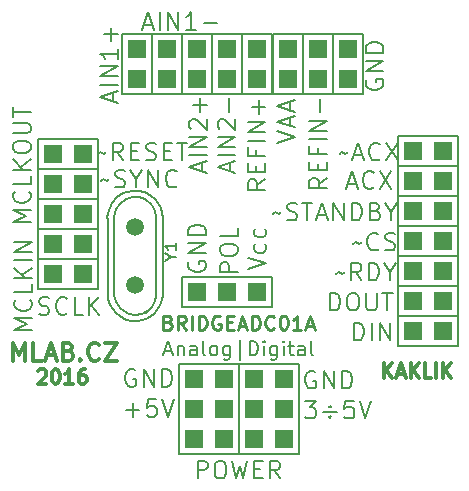
<source format=gbr>
%TF.GenerationSoftware,KiCad,Pcbnew,7.0.7-7.0.7~ubuntu23.04.1*%
%TF.CreationDate,2023-09-11T00:40:32+00:00*%
%TF.ProjectId,BRIDGEADC01,42524944-4745-4414-9443-30312e6b6963,rev?*%
%TF.SameCoordinates,Original*%
%TF.FileFunction,Legend,Top*%
%TF.FilePolarity,Positive*%
%FSLAX46Y46*%
G04 Gerber Fmt 4.6, Leading zero omitted, Abs format (unit mm)*
G04 Created by KiCad (PCBNEW 7.0.7-7.0.7~ubuntu23.04.1) date 2023-09-11 00:40:32*
%MOMM*%
%LPD*%
G01*
G04 APERTURE LIST*
%ADD10C,0.150000*%
%ADD11C,0.250000*%
%ADD12C,0.200000*%
%ADD13C,0.300000*%
%ADD14R,1.524000X1.524000*%
%ADD15C,1.501140*%
G04 APERTURE END LIST*
D10*
X146543143Y-104986557D02*
X146400286Y-104915128D01*
X146400286Y-104915128D02*
X146186000Y-104915128D01*
X146186000Y-104915128D02*
X145971714Y-104986557D01*
X145971714Y-104986557D02*
X145828857Y-105129414D01*
X145828857Y-105129414D02*
X145757428Y-105272271D01*
X145757428Y-105272271D02*
X145686000Y-105557985D01*
X145686000Y-105557985D02*
X145686000Y-105772271D01*
X145686000Y-105772271D02*
X145757428Y-106057985D01*
X145757428Y-106057985D02*
X145828857Y-106200842D01*
X145828857Y-106200842D02*
X145971714Y-106343700D01*
X145971714Y-106343700D02*
X146186000Y-106415128D01*
X146186000Y-106415128D02*
X146328857Y-106415128D01*
X146328857Y-106415128D02*
X146543143Y-106343700D01*
X146543143Y-106343700D02*
X146614571Y-106272271D01*
X146614571Y-106272271D02*
X146614571Y-105772271D01*
X146614571Y-105772271D02*
X146328857Y-105772271D01*
X147257428Y-106415128D02*
X147257428Y-104915128D01*
X147257428Y-104915128D02*
X148114571Y-106415128D01*
X148114571Y-106415128D02*
X148114571Y-104915128D01*
X148828857Y-106415128D02*
X148828857Y-104915128D01*
X148828857Y-104915128D02*
X149186000Y-104915128D01*
X149186000Y-104915128D02*
X149400286Y-104986557D01*
X149400286Y-104986557D02*
X149543143Y-105129414D01*
X149543143Y-105129414D02*
X149614572Y-105272271D01*
X149614572Y-105272271D02*
X149686000Y-105557985D01*
X149686000Y-105557985D02*
X149686000Y-105772271D01*
X149686000Y-105772271D02*
X149614572Y-106057985D01*
X149614572Y-106057985D02*
X149543143Y-106200842D01*
X149543143Y-106200842D02*
X149400286Y-106343700D01*
X149400286Y-106343700D02*
X149186000Y-106415128D01*
X149186000Y-106415128D02*
X148828857Y-106415128D01*
X135894557Y-95695856D02*
X135823128Y-95838714D01*
X135823128Y-95838714D02*
X135823128Y-96052999D01*
X135823128Y-96052999D02*
X135894557Y-96267285D01*
X135894557Y-96267285D02*
X136037414Y-96410142D01*
X136037414Y-96410142D02*
X136180271Y-96481571D01*
X136180271Y-96481571D02*
X136465985Y-96552999D01*
X136465985Y-96552999D02*
X136680271Y-96552999D01*
X136680271Y-96552999D02*
X136965985Y-96481571D01*
X136965985Y-96481571D02*
X137108842Y-96410142D01*
X137108842Y-96410142D02*
X137251700Y-96267285D01*
X137251700Y-96267285D02*
X137323128Y-96052999D01*
X137323128Y-96052999D02*
X137323128Y-95910142D01*
X137323128Y-95910142D02*
X137251700Y-95695856D01*
X137251700Y-95695856D02*
X137180271Y-95624428D01*
X137180271Y-95624428D02*
X136680271Y-95624428D01*
X136680271Y-95624428D02*
X136680271Y-95910142D01*
X137323128Y-94981571D02*
X135823128Y-94981571D01*
X135823128Y-94981571D02*
X137323128Y-94124428D01*
X137323128Y-94124428D02*
X135823128Y-94124428D01*
X137323128Y-93410142D02*
X135823128Y-93410142D01*
X135823128Y-93410142D02*
X135823128Y-93052999D01*
X135823128Y-93052999D02*
X135894557Y-92838713D01*
X135894557Y-92838713D02*
X136037414Y-92695856D01*
X136037414Y-92695856D02*
X136180271Y-92624427D01*
X136180271Y-92624427D02*
X136465985Y-92552999D01*
X136465985Y-92552999D02*
X136680271Y-92552999D01*
X136680271Y-92552999D02*
X136965985Y-92624427D01*
X136965985Y-92624427D02*
X137108842Y-92695856D01*
X137108842Y-92695856D02*
X137251700Y-92838713D01*
X137251700Y-92838713D02*
X137323128Y-93052999D01*
X137323128Y-93052999D02*
X137323128Y-93410142D01*
X140903128Y-96338713D02*
X142403128Y-95838713D01*
X142403128Y-95838713D02*
X140903128Y-95338713D01*
X142331700Y-94195857D02*
X142403128Y-94338714D01*
X142403128Y-94338714D02*
X142403128Y-94624428D01*
X142403128Y-94624428D02*
X142331700Y-94767285D01*
X142331700Y-94767285D02*
X142260271Y-94838714D01*
X142260271Y-94838714D02*
X142117414Y-94910142D01*
X142117414Y-94910142D02*
X141688842Y-94910142D01*
X141688842Y-94910142D02*
X141545985Y-94838714D01*
X141545985Y-94838714D02*
X141474557Y-94767285D01*
X141474557Y-94767285D02*
X141403128Y-94624428D01*
X141403128Y-94624428D02*
X141403128Y-94338714D01*
X141403128Y-94338714D02*
X141474557Y-94195857D01*
X142331700Y-92910143D02*
X142403128Y-93053000D01*
X142403128Y-93053000D02*
X142403128Y-93338714D01*
X142403128Y-93338714D02*
X142331700Y-93481571D01*
X142331700Y-93481571D02*
X142260271Y-93553000D01*
X142260271Y-93553000D02*
X142117414Y-93624428D01*
X142117414Y-93624428D02*
X141688842Y-93624428D01*
X141688842Y-93624428D02*
X141545985Y-93553000D01*
X141545985Y-93553000D02*
X141474557Y-93481571D01*
X141474557Y-93481571D02*
X141403128Y-93338714D01*
X141403128Y-93338714D02*
X141403128Y-93053000D01*
X141403128Y-93053000D02*
X141474557Y-92910143D01*
X136601713Y-114035128D02*
X136601713Y-112535128D01*
X136601713Y-112535128D02*
X137173142Y-112535128D01*
X137173142Y-112535128D02*
X137315999Y-112606557D01*
X137315999Y-112606557D02*
X137387428Y-112677985D01*
X137387428Y-112677985D02*
X137458856Y-112820842D01*
X137458856Y-112820842D02*
X137458856Y-113035128D01*
X137458856Y-113035128D02*
X137387428Y-113177985D01*
X137387428Y-113177985D02*
X137315999Y-113249414D01*
X137315999Y-113249414D02*
X137173142Y-113320842D01*
X137173142Y-113320842D02*
X136601713Y-113320842D01*
X138387428Y-112535128D02*
X138673142Y-112535128D01*
X138673142Y-112535128D02*
X138815999Y-112606557D01*
X138815999Y-112606557D02*
X138958856Y-112749414D01*
X138958856Y-112749414D02*
X139030285Y-113035128D01*
X139030285Y-113035128D02*
X139030285Y-113535128D01*
X139030285Y-113535128D02*
X138958856Y-113820842D01*
X138958856Y-113820842D02*
X138815999Y-113963700D01*
X138815999Y-113963700D02*
X138673142Y-114035128D01*
X138673142Y-114035128D02*
X138387428Y-114035128D01*
X138387428Y-114035128D02*
X138244571Y-113963700D01*
X138244571Y-113963700D02*
X138101713Y-113820842D01*
X138101713Y-113820842D02*
X138030285Y-113535128D01*
X138030285Y-113535128D02*
X138030285Y-113035128D01*
X138030285Y-113035128D02*
X138101713Y-112749414D01*
X138101713Y-112749414D02*
X138244571Y-112606557D01*
X138244571Y-112606557D02*
X138387428Y-112535128D01*
X139530285Y-112535128D02*
X139887428Y-114035128D01*
X139887428Y-114035128D02*
X140173142Y-112963700D01*
X140173142Y-112963700D02*
X140458857Y-114035128D01*
X140458857Y-114035128D02*
X140816000Y-112535128D01*
X141387428Y-113249414D02*
X141887428Y-113249414D01*
X142101714Y-114035128D02*
X141387428Y-114035128D01*
X141387428Y-114035128D02*
X141387428Y-112535128D01*
X141387428Y-112535128D02*
X142101714Y-112535128D01*
X143601714Y-114035128D02*
X143101714Y-113320842D01*
X142744571Y-114035128D02*
X142744571Y-112535128D01*
X142744571Y-112535128D02*
X143316000Y-112535128D01*
X143316000Y-112535128D02*
X143458857Y-112606557D01*
X143458857Y-112606557D02*
X143530286Y-112677985D01*
X143530286Y-112677985D02*
X143601714Y-112820842D01*
X143601714Y-112820842D02*
X143601714Y-113035128D01*
X143601714Y-113035128D02*
X143530286Y-113177985D01*
X143530286Y-113177985D02*
X143458857Y-113249414D01*
X143458857Y-113249414D02*
X143316000Y-113320842D01*
X143316000Y-113320842D02*
X142744571Y-113320842D01*
D11*
X134103215Y-100815071D02*
X134274643Y-100872214D01*
X134274643Y-100872214D02*
X134331786Y-100929357D01*
X134331786Y-100929357D02*
X134388929Y-101043642D01*
X134388929Y-101043642D02*
X134388929Y-101215071D01*
X134388929Y-101215071D02*
X134331786Y-101329357D01*
X134331786Y-101329357D02*
X134274643Y-101386500D01*
X134274643Y-101386500D02*
X134160358Y-101443642D01*
X134160358Y-101443642D02*
X133703215Y-101443642D01*
X133703215Y-101443642D02*
X133703215Y-100243642D01*
X133703215Y-100243642D02*
X134103215Y-100243642D01*
X134103215Y-100243642D02*
X134217501Y-100300785D01*
X134217501Y-100300785D02*
X134274643Y-100357928D01*
X134274643Y-100357928D02*
X134331786Y-100472214D01*
X134331786Y-100472214D02*
X134331786Y-100586500D01*
X134331786Y-100586500D02*
X134274643Y-100700785D01*
X134274643Y-100700785D02*
X134217501Y-100757928D01*
X134217501Y-100757928D02*
X134103215Y-100815071D01*
X134103215Y-100815071D02*
X133703215Y-100815071D01*
X135588929Y-101443642D02*
X135188929Y-100872214D01*
X134903215Y-101443642D02*
X134903215Y-100243642D01*
X134903215Y-100243642D02*
X135360358Y-100243642D01*
X135360358Y-100243642D02*
X135474643Y-100300785D01*
X135474643Y-100300785D02*
X135531786Y-100357928D01*
X135531786Y-100357928D02*
X135588929Y-100472214D01*
X135588929Y-100472214D02*
X135588929Y-100643642D01*
X135588929Y-100643642D02*
X135531786Y-100757928D01*
X135531786Y-100757928D02*
X135474643Y-100815071D01*
X135474643Y-100815071D02*
X135360358Y-100872214D01*
X135360358Y-100872214D02*
X134903215Y-100872214D01*
X136103215Y-101443642D02*
X136103215Y-100243642D01*
X136674644Y-101443642D02*
X136674644Y-100243642D01*
X136674644Y-100243642D02*
X136960358Y-100243642D01*
X136960358Y-100243642D02*
X137131787Y-100300785D01*
X137131787Y-100300785D02*
X137246072Y-100415071D01*
X137246072Y-100415071D02*
X137303215Y-100529357D01*
X137303215Y-100529357D02*
X137360358Y-100757928D01*
X137360358Y-100757928D02*
X137360358Y-100929357D01*
X137360358Y-100929357D02*
X137303215Y-101157928D01*
X137303215Y-101157928D02*
X137246072Y-101272214D01*
X137246072Y-101272214D02*
X137131787Y-101386500D01*
X137131787Y-101386500D02*
X136960358Y-101443642D01*
X136960358Y-101443642D02*
X136674644Y-101443642D01*
X138503215Y-100300785D02*
X138388930Y-100243642D01*
X138388930Y-100243642D02*
X138217501Y-100243642D01*
X138217501Y-100243642D02*
X138046072Y-100300785D01*
X138046072Y-100300785D02*
X137931787Y-100415071D01*
X137931787Y-100415071D02*
X137874644Y-100529357D01*
X137874644Y-100529357D02*
X137817501Y-100757928D01*
X137817501Y-100757928D02*
X137817501Y-100929357D01*
X137817501Y-100929357D02*
X137874644Y-101157928D01*
X137874644Y-101157928D02*
X137931787Y-101272214D01*
X137931787Y-101272214D02*
X138046072Y-101386500D01*
X138046072Y-101386500D02*
X138217501Y-101443642D01*
X138217501Y-101443642D02*
X138331787Y-101443642D01*
X138331787Y-101443642D02*
X138503215Y-101386500D01*
X138503215Y-101386500D02*
X138560358Y-101329357D01*
X138560358Y-101329357D02*
X138560358Y-100929357D01*
X138560358Y-100929357D02*
X138331787Y-100929357D01*
X139074644Y-100815071D02*
X139474644Y-100815071D01*
X139646072Y-101443642D02*
X139074644Y-101443642D01*
X139074644Y-101443642D02*
X139074644Y-100243642D01*
X139074644Y-100243642D02*
X139646072Y-100243642D01*
X140103215Y-101100785D02*
X140674644Y-101100785D01*
X139988929Y-101443642D02*
X140388929Y-100243642D01*
X140388929Y-100243642D02*
X140788929Y-101443642D01*
X141188929Y-101443642D02*
X141188929Y-100243642D01*
X141188929Y-100243642D02*
X141474643Y-100243642D01*
X141474643Y-100243642D02*
X141646072Y-100300785D01*
X141646072Y-100300785D02*
X141760357Y-100415071D01*
X141760357Y-100415071D02*
X141817500Y-100529357D01*
X141817500Y-100529357D02*
X141874643Y-100757928D01*
X141874643Y-100757928D02*
X141874643Y-100929357D01*
X141874643Y-100929357D02*
X141817500Y-101157928D01*
X141817500Y-101157928D02*
X141760357Y-101272214D01*
X141760357Y-101272214D02*
X141646072Y-101386500D01*
X141646072Y-101386500D02*
X141474643Y-101443642D01*
X141474643Y-101443642D02*
X141188929Y-101443642D01*
X143074643Y-101329357D02*
X143017500Y-101386500D01*
X143017500Y-101386500D02*
X142846072Y-101443642D01*
X142846072Y-101443642D02*
X142731786Y-101443642D01*
X142731786Y-101443642D02*
X142560357Y-101386500D01*
X142560357Y-101386500D02*
X142446072Y-101272214D01*
X142446072Y-101272214D02*
X142388929Y-101157928D01*
X142388929Y-101157928D02*
X142331786Y-100929357D01*
X142331786Y-100929357D02*
X142331786Y-100757928D01*
X142331786Y-100757928D02*
X142388929Y-100529357D01*
X142388929Y-100529357D02*
X142446072Y-100415071D01*
X142446072Y-100415071D02*
X142560357Y-100300785D01*
X142560357Y-100300785D02*
X142731786Y-100243642D01*
X142731786Y-100243642D02*
X142846072Y-100243642D01*
X142846072Y-100243642D02*
X143017500Y-100300785D01*
X143017500Y-100300785D02*
X143074643Y-100357928D01*
X143817500Y-100243642D02*
X143931786Y-100243642D01*
X143931786Y-100243642D02*
X144046072Y-100300785D01*
X144046072Y-100300785D02*
X144103215Y-100357928D01*
X144103215Y-100357928D02*
X144160357Y-100472214D01*
X144160357Y-100472214D02*
X144217500Y-100700785D01*
X144217500Y-100700785D02*
X144217500Y-100986500D01*
X144217500Y-100986500D02*
X144160357Y-101215071D01*
X144160357Y-101215071D02*
X144103215Y-101329357D01*
X144103215Y-101329357D02*
X144046072Y-101386500D01*
X144046072Y-101386500D02*
X143931786Y-101443642D01*
X143931786Y-101443642D02*
X143817500Y-101443642D01*
X143817500Y-101443642D02*
X143703215Y-101386500D01*
X143703215Y-101386500D02*
X143646072Y-101329357D01*
X143646072Y-101329357D02*
X143588929Y-101215071D01*
X143588929Y-101215071D02*
X143531786Y-100986500D01*
X143531786Y-100986500D02*
X143531786Y-100700785D01*
X143531786Y-100700785D02*
X143588929Y-100472214D01*
X143588929Y-100472214D02*
X143646072Y-100357928D01*
X143646072Y-100357928D02*
X143703215Y-100300785D01*
X143703215Y-100300785D02*
X143817500Y-100243642D01*
X145360357Y-101443642D02*
X144674643Y-101443642D01*
X145017500Y-101443642D02*
X145017500Y-100243642D01*
X145017500Y-100243642D02*
X144903214Y-100415071D01*
X144903214Y-100415071D02*
X144788929Y-100529357D01*
X144788929Y-100529357D02*
X144674643Y-100586500D01*
X145817500Y-101100785D02*
X146388929Y-101100785D01*
X145703214Y-101443642D02*
X146103214Y-100243642D01*
X146103214Y-100243642D02*
X146503214Y-101443642D01*
D12*
X133823858Y-103262385D02*
X134395287Y-103262385D01*
X133709572Y-103605242D02*
X134109572Y-102405242D01*
X134109572Y-102405242D02*
X134509572Y-103605242D01*
X134909572Y-102805242D02*
X134909572Y-103605242D01*
X134909572Y-102919528D02*
X134966715Y-102862385D01*
X134966715Y-102862385D02*
X135081000Y-102805242D01*
X135081000Y-102805242D02*
X135252429Y-102805242D01*
X135252429Y-102805242D02*
X135366715Y-102862385D01*
X135366715Y-102862385D02*
X135423858Y-102976671D01*
X135423858Y-102976671D02*
X135423858Y-103605242D01*
X136509572Y-103605242D02*
X136509572Y-102976671D01*
X136509572Y-102976671D02*
X136452429Y-102862385D01*
X136452429Y-102862385D02*
X136338143Y-102805242D01*
X136338143Y-102805242D02*
X136109572Y-102805242D01*
X136109572Y-102805242D02*
X135995286Y-102862385D01*
X136509572Y-103548100D02*
X136395286Y-103605242D01*
X136395286Y-103605242D02*
X136109572Y-103605242D01*
X136109572Y-103605242D02*
X135995286Y-103548100D01*
X135995286Y-103548100D02*
X135938143Y-103433814D01*
X135938143Y-103433814D02*
X135938143Y-103319528D01*
X135938143Y-103319528D02*
X135995286Y-103205242D01*
X135995286Y-103205242D02*
X136109572Y-103148100D01*
X136109572Y-103148100D02*
X136395286Y-103148100D01*
X136395286Y-103148100D02*
X136509572Y-103090957D01*
X137252428Y-103605242D02*
X137138143Y-103548100D01*
X137138143Y-103548100D02*
X137081000Y-103433814D01*
X137081000Y-103433814D02*
X137081000Y-102405242D01*
X137880999Y-103605242D02*
X137766714Y-103548100D01*
X137766714Y-103548100D02*
X137709571Y-103490957D01*
X137709571Y-103490957D02*
X137652428Y-103376671D01*
X137652428Y-103376671D02*
X137652428Y-103033814D01*
X137652428Y-103033814D02*
X137709571Y-102919528D01*
X137709571Y-102919528D02*
X137766714Y-102862385D01*
X137766714Y-102862385D02*
X137880999Y-102805242D01*
X137880999Y-102805242D02*
X138052428Y-102805242D01*
X138052428Y-102805242D02*
X138166714Y-102862385D01*
X138166714Y-102862385D02*
X138223857Y-102919528D01*
X138223857Y-102919528D02*
X138280999Y-103033814D01*
X138280999Y-103033814D02*
X138280999Y-103376671D01*
X138280999Y-103376671D02*
X138223857Y-103490957D01*
X138223857Y-103490957D02*
X138166714Y-103548100D01*
X138166714Y-103548100D02*
X138052428Y-103605242D01*
X138052428Y-103605242D02*
X137880999Y-103605242D01*
X139309571Y-102805242D02*
X139309571Y-103776671D01*
X139309571Y-103776671D02*
X139252428Y-103890957D01*
X139252428Y-103890957D02*
X139195285Y-103948100D01*
X139195285Y-103948100D02*
X139080999Y-104005242D01*
X139080999Y-104005242D02*
X138909571Y-104005242D01*
X138909571Y-104005242D02*
X138795285Y-103948100D01*
X139309571Y-103548100D02*
X139195285Y-103605242D01*
X139195285Y-103605242D02*
X138966713Y-103605242D01*
X138966713Y-103605242D02*
X138852428Y-103548100D01*
X138852428Y-103548100D02*
X138795285Y-103490957D01*
X138795285Y-103490957D02*
X138738142Y-103376671D01*
X138738142Y-103376671D02*
X138738142Y-103033814D01*
X138738142Y-103033814D02*
X138795285Y-102919528D01*
X138795285Y-102919528D02*
X138852428Y-102862385D01*
X138852428Y-102862385D02*
X138966713Y-102805242D01*
X138966713Y-102805242D02*
X139195285Y-102805242D01*
X139195285Y-102805242D02*
X139309571Y-102862385D01*
X140166713Y-104005242D02*
X140166713Y-102290957D01*
X141023856Y-103605242D02*
X141023856Y-102405242D01*
X141023856Y-102405242D02*
X141309570Y-102405242D01*
X141309570Y-102405242D02*
X141480999Y-102462385D01*
X141480999Y-102462385D02*
X141595284Y-102576671D01*
X141595284Y-102576671D02*
X141652427Y-102690957D01*
X141652427Y-102690957D02*
X141709570Y-102919528D01*
X141709570Y-102919528D02*
X141709570Y-103090957D01*
X141709570Y-103090957D02*
X141652427Y-103319528D01*
X141652427Y-103319528D02*
X141595284Y-103433814D01*
X141595284Y-103433814D02*
X141480999Y-103548100D01*
X141480999Y-103548100D02*
X141309570Y-103605242D01*
X141309570Y-103605242D02*
X141023856Y-103605242D01*
X142223856Y-103605242D02*
X142223856Y-102805242D01*
X142223856Y-102405242D02*
X142166713Y-102462385D01*
X142166713Y-102462385D02*
X142223856Y-102519528D01*
X142223856Y-102519528D02*
X142280999Y-102462385D01*
X142280999Y-102462385D02*
X142223856Y-102405242D01*
X142223856Y-102405242D02*
X142223856Y-102519528D01*
X143309571Y-102805242D02*
X143309571Y-103776671D01*
X143309571Y-103776671D02*
X143252428Y-103890957D01*
X143252428Y-103890957D02*
X143195285Y-103948100D01*
X143195285Y-103948100D02*
X143080999Y-104005242D01*
X143080999Y-104005242D02*
X142909571Y-104005242D01*
X142909571Y-104005242D02*
X142795285Y-103948100D01*
X143309571Y-103548100D02*
X143195285Y-103605242D01*
X143195285Y-103605242D02*
X142966713Y-103605242D01*
X142966713Y-103605242D02*
X142852428Y-103548100D01*
X142852428Y-103548100D02*
X142795285Y-103490957D01*
X142795285Y-103490957D02*
X142738142Y-103376671D01*
X142738142Y-103376671D02*
X142738142Y-103033814D01*
X142738142Y-103033814D02*
X142795285Y-102919528D01*
X142795285Y-102919528D02*
X142852428Y-102862385D01*
X142852428Y-102862385D02*
X142966713Y-102805242D01*
X142966713Y-102805242D02*
X143195285Y-102805242D01*
X143195285Y-102805242D02*
X143309571Y-102862385D01*
X143880999Y-103605242D02*
X143880999Y-102805242D01*
X143880999Y-102405242D02*
X143823856Y-102462385D01*
X143823856Y-102462385D02*
X143880999Y-102519528D01*
X143880999Y-102519528D02*
X143938142Y-102462385D01*
X143938142Y-102462385D02*
X143880999Y-102405242D01*
X143880999Y-102405242D02*
X143880999Y-102519528D01*
X144280999Y-102805242D02*
X144738142Y-102805242D01*
X144452428Y-102405242D02*
X144452428Y-103433814D01*
X144452428Y-103433814D02*
X144509571Y-103548100D01*
X144509571Y-103548100D02*
X144623856Y-103605242D01*
X144623856Y-103605242D02*
X144738142Y-103605242D01*
X145652428Y-103605242D02*
X145652428Y-102976671D01*
X145652428Y-102976671D02*
X145595285Y-102862385D01*
X145595285Y-102862385D02*
X145480999Y-102805242D01*
X145480999Y-102805242D02*
X145252428Y-102805242D01*
X145252428Y-102805242D02*
X145138142Y-102862385D01*
X145652428Y-103548100D02*
X145538142Y-103605242D01*
X145538142Y-103605242D02*
X145252428Y-103605242D01*
X145252428Y-103605242D02*
X145138142Y-103548100D01*
X145138142Y-103548100D02*
X145080999Y-103433814D01*
X145080999Y-103433814D02*
X145080999Y-103319528D01*
X145080999Y-103319528D02*
X145138142Y-103205242D01*
X145138142Y-103205242D02*
X145252428Y-103148100D01*
X145252428Y-103148100D02*
X145538142Y-103148100D01*
X145538142Y-103148100D02*
X145652428Y-103090957D01*
X146395284Y-103605242D02*
X146280999Y-103548100D01*
X146280999Y-103548100D02*
X146223856Y-103433814D01*
X146223856Y-103433814D02*
X146223856Y-102405242D01*
D13*
X120964071Y-104056328D02*
X120964071Y-102556328D01*
X120964071Y-102556328D02*
X121464071Y-103627757D01*
X121464071Y-103627757D02*
X121964071Y-102556328D01*
X121964071Y-102556328D02*
X121964071Y-104056328D01*
X123392643Y-104056328D02*
X122678357Y-104056328D01*
X122678357Y-104056328D02*
X122678357Y-102556328D01*
X123821215Y-103627757D02*
X124535501Y-103627757D01*
X123678358Y-104056328D02*
X124178358Y-102556328D01*
X124178358Y-102556328D02*
X124678358Y-104056328D01*
X125678357Y-103270614D02*
X125892643Y-103342042D01*
X125892643Y-103342042D02*
X125964072Y-103413471D01*
X125964072Y-103413471D02*
X126035500Y-103556328D01*
X126035500Y-103556328D02*
X126035500Y-103770614D01*
X126035500Y-103770614D02*
X125964072Y-103913471D01*
X125964072Y-103913471D02*
X125892643Y-103984900D01*
X125892643Y-103984900D02*
X125749786Y-104056328D01*
X125749786Y-104056328D02*
X125178357Y-104056328D01*
X125178357Y-104056328D02*
X125178357Y-102556328D01*
X125178357Y-102556328D02*
X125678357Y-102556328D01*
X125678357Y-102556328D02*
X125821215Y-102627757D01*
X125821215Y-102627757D02*
X125892643Y-102699185D01*
X125892643Y-102699185D02*
X125964072Y-102842042D01*
X125964072Y-102842042D02*
X125964072Y-102984900D01*
X125964072Y-102984900D02*
X125892643Y-103127757D01*
X125892643Y-103127757D02*
X125821215Y-103199185D01*
X125821215Y-103199185D02*
X125678357Y-103270614D01*
X125678357Y-103270614D02*
X125178357Y-103270614D01*
X126678357Y-103913471D02*
X126749786Y-103984900D01*
X126749786Y-103984900D02*
X126678357Y-104056328D01*
X126678357Y-104056328D02*
X126606929Y-103984900D01*
X126606929Y-103984900D02*
X126678357Y-103913471D01*
X126678357Y-103913471D02*
X126678357Y-104056328D01*
X128249786Y-103913471D02*
X128178358Y-103984900D01*
X128178358Y-103984900D02*
X127964072Y-104056328D01*
X127964072Y-104056328D02*
X127821215Y-104056328D01*
X127821215Y-104056328D02*
X127606929Y-103984900D01*
X127606929Y-103984900D02*
X127464072Y-103842042D01*
X127464072Y-103842042D02*
X127392643Y-103699185D01*
X127392643Y-103699185D02*
X127321215Y-103413471D01*
X127321215Y-103413471D02*
X127321215Y-103199185D01*
X127321215Y-103199185D02*
X127392643Y-102913471D01*
X127392643Y-102913471D02*
X127464072Y-102770614D01*
X127464072Y-102770614D02*
X127606929Y-102627757D01*
X127606929Y-102627757D02*
X127821215Y-102556328D01*
X127821215Y-102556328D02*
X127964072Y-102556328D01*
X127964072Y-102556328D02*
X128178358Y-102627757D01*
X128178358Y-102627757D02*
X128249786Y-102699185D01*
X128749786Y-102556328D02*
X129749786Y-102556328D01*
X129749786Y-102556328D02*
X128749786Y-104056328D01*
X128749786Y-104056328D02*
X129749786Y-104056328D01*
D10*
X131303143Y-104859557D02*
X131160286Y-104788128D01*
X131160286Y-104788128D02*
X130946000Y-104788128D01*
X130946000Y-104788128D02*
X130731714Y-104859557D01*
X130731714Y-104859557D02*
X130588857Y-105002414D01*
X130588857Y-105002414D02*
X130517428Y-105145271D01*
X130517428Y-105145271D02*
X130446000Y-105430985D01*
X130446000Y-105430985D02*
X130446000Y-105645271D01*
X130446000Y-105645271D02*
X130517428Y-105930985D01*
X130517428Y-105930985D02*
X130588857Y-106073842D01*
X130588857Y-106073842D02*
X130731714Y-106216700D01*
X130731714Y-106216700D02*
X130946000Y-106288128D01*
X130946000Y-106288128D02*
X131088857Y-106288128D01*
X131088857Y-106288128D02*
X131303143Y-106216700D01*
X131303143Y-106216700D02*
X131374571Y-106145271D01*
X131374571Y-106145271D02*
X131374571Y-105645271D01*
X131374571Y-105645271D02*
X131088857Y-105645271D01*
X132017428Y-106288128D02*
X132017428Y-104788128D01*
X132017428Y-104788128D02*
X132874571Y-106288128D01*
X132874571Y-106288128D02*
X132874571Y-104788128D01*
X133588857Y-106288128D02*
X133588857Y-104788128D01*
X133588857Y-104788128D02*
X133946000Y-104788128D01*
X133946000Y-104788128D02*
X134160286Y-104859557D01*
X134160286Y-104859557D02*
X134303143Y-105002414D01*
X134303143Y-105002414D02*
X134374572Y-105145271D01*
X134374572Y-105145271D02*
X134446000Y-105430985D01*
X134446000Y-105430985D02*
X134446000Y-105645271D01*
X134446000Y-105645271D02*
X134374572Y-105930985D01*
X134374572Y-105930985D02*
X134303143Y-106073842D01*
X134303143Y-106073842D02*
X134160286Y-106216700D01*
X134160286Y-106216700D02*
X133946000Y-106288128D01*
X133946000Y-106288128D02*
X133588857Y-106288128D01*
D13*
X123101357Y-104927328D02*
X123158500Y-104870185D01*
X123158500Y-104870185D02*
X123272786Y-104813042D01*
X123272786Y-104813042D02*
X123558500Y-104813042D01*
X123558500Y-104813042D02*
X123672786Y-104870185D01*
X123672786Y-104870185D02*
X123729928Y-104927328D01*
X123729928Y-104927328D02*
X123787071Y-105041614D01*
X123787071Y-105041614D02*
X123787071Y-105155900D01*
X123787071Y-105155900D02*
X123729928Y-105327328D01*
X123729928Y-105327328D02*
X123044214Y-106013042D01*
X123044214Y-106013042D02*
X123787071Y-106013042D01*
X124529928Y-104813042D02*
X124644214Y-104813042D01*
X124644214Y-104813042D02*
X124758500Y-104870185D01*
X124758500Y-104870185D02*
X124815643Y-104927328D01*
X124815643Y-104927328D02*
X124872785Y-105041614D01*
X124872785Y-105041614D02*
X124929928Y-105270185D01*
X124929928Y-105270185D02*
X124929928Y-105555900D01*
X124929928Y-105555900D02*
X124872785Y-105784471D01*
X124872785Y-105784471D02*
X124815643Y-105898757D01*
X124815643Y-105898757D02*
X124758500Y-105955900D01*
X124758500Y-105955900D02*
X124644214Y-106013042D01*
X124644214Y-106013042D02*
X124529928Y-106013042D01*
X124529928Y-106013042D02*
X124415643Y-105955900D01*
X124415643Y-105955900D02*
X124358500Y-105898757D01*
X124358500Y-105898757D02*
X124301357Y-105784471D01*
X124301357Y-105784471D02*
X124244214Y-105555900D01*
X124244214Y-105555900D02*
X124244214Y-105270185D01*
X124244214Y-105270185D02*
X124301357Y-105041614D01*
X124301357Y-105041614D02*
X124358500Y-104927328D01*
X124358500Y-104927328D02*
X124415643Y-104870185D01*
X124415643Y-104870185D02*
X124529928Y-104813042D01*
X126072785Y-106013042D02*
X125387071Y-106013042D01*
X125729928Y-106013042D02*
X125729928Y-104813042D01*
X125729928Y-104813042D02*
X125615642Y-104984471D01*
X125615642Y-104984471D02*
X125501357Y-105098757D01*
X125501357Y-105098757D02*
X125387071Y-105155900D01*
X127101357Y-104813042D02*
X126872785Y-104813042D01*
X126872785Y-104813042D02*
X126758499Y-104870185D01*
X126758499Y-104870185D02*
X126701357Y-104927328D01*
X126701357Y-104927328D02*
X126587071Y-105098757D01*
X126587071Y-105098757D02*
X126529928Y-105327328D01*
X126529928Y-105327328D02*
X126529928Y-105784471D01*
X126529928Y-105784471D02*
X126587071Y-105898757D01*
X126587071Y-105898757D02*
X126644214Y-105955900D01*
X126644214Y-105955900D02*
X126758499Y-106013042D01*
X126758499Y-106013042D02*
X126987071Y-106013042D01*
X126987071Y-106013042D02*
X127101357Y-105955900D01*
X127101357Y-105955900D02*
X127158499Y-105898757D01*
X127158499Y-105898757D02*
X127215642Y-105784471D01*
X127215642Y-105784471D02*
X127215642Y-105498757D01*
X127215642Y-105498757D02*
X127158499Y-105384471D01*
X127158499Y-105384471D02*
X127101357Y-105327328D01*
X127101357Y-105327328D02*
X126987071Y-105270185D01*
X126987071Y-105270185D02*
X126758499Y-105270185D01*
X126758499Y-105270185D02*
X126644214Y-105327328D01*
X126644214Y-105327328D02*
X126587071Y-105384471D01*
X126587071Y-105384471D02*
X126529928Y-105498757D01*
X152394000Y-105505042D02*
X152394000Y-104305042D01*
X153079714Y-105505042D02*
X152565428Y-104819328D01*
X153079714Y-104305042D02*
X152394000Y-104990757D01*
X153536857Y-105162185D02*
X154108286Y-105162185D01*
X153422571Y-105505042D02*
X153822571Y-104305042D01*
X153822571Y-104305042D02*
X154222571Y-105505042D01*
X154622571Y-105505042D02*
X154622571Y-104305042D01*
X155308285Y-105505042D02*
X154793999Y-104819328D01*
X155308285Y-104305042D02*
X154622571Y-104990757D01*
X156393999Y-105505042D02*
X155822571Y-105505042D01*
X155822571Y-105505042D02*
X155822571Y-104305042D01*
X156794000Y-105505042D02*
X156794000Y-104305042D01*
X157365429Y-105505042D02*
X157365429Y-104305042D01*
X158051143Y-105505042D02*
X157536857Y-104819328D01*
X158051143Y-104305042D02*
X157365429Y-104990757D01*
D10*
X145662286Y-107455128D02*
X146590858Y-107455128D01*
X146590858Y-107455128D02*
X146090858Y-108026557D01*
X146090858Y-108026557D02*
X146305143Y-108026557D01*
X146305143Y-108026557D02*
X146448001Y-108097985D01*
X146448001Y-108097985D02*
X146519429Y-108169414D01*
X146519429Y-108169414D02*
X146590858Y-108312271D01*
X146590858Y-108312271D02*
X146590858Y-108669414D01*
X146590858Y-108669414D02*
X146519429Y-108812271D01*
X146519429Y-108812271D02*
X146448001Y-108883700D01*
X146448001Y-108883700D02*
X146305143Y-108955128D01*
X146305143Y-108955128D02*
X145876572Y-108955128D01*
X145876572Y-108955128D02*
X145733715Y-108883700D01*
X145733715Y-108883700D02*
X145662286Y-108812271D01*
X148376572Y-108383700D02*
X147233714Y-108383700D01*
X147805143Y-108740842D02*
X147876572Y-108812271D01*
X147876572Y-108812271D02*
X147805143Y-108883700D01*
X147805143Y-108883700D02*
X147733714Y-108812271D01*
X147733714Y-108812271D02*
X147805143Y-108740842D01*
X147805143Y-108740842D02*
X147805143Y-108883700D01*
X147805143Y-107883700D02*
X147876572Y-107955128D01*
X147876572Y-107955128D02*
X147805143Y-108026557D01*
X147805143Y-108026557D02*
X147733714Y-107955128D01*
X147733714Y-107955128D02*
X147805143Y-107883700D01*
X147805143Y-107883700D02*
X147805143Y-108026557D01*
X149805143Y-107455128D02*
X149090857Y-107455128D01*
X149090857Y-107455128D02*
X149019429Y-108169414D01*
X149019429Y-108169414D02*
X149090857Y-108097985D01*
X149090857Y-108097985D02*
X149233715Y-108026557D01*
X149233715Y-108026557D02*
X149590857Y-108026557D01*
X149590857Y-108026557D02*
X149733715Y-108097985D01*
X149733715Y-108097985D02*
X149805143Y-108169414D01*
X149805143Y-108169414D02*
X149876572Y-108312271D01*
X149876572Y-108312271D02*
X149876572Y-108669414D01*
X149876572Y-108669414D02*
X149805143Y-108812271D01*
X149805143Y-108812271D02*
X149733715Y-108883700D01*
X149733715Y-108883700D02*
X149590857Y-108955128D01*
X149590857Y-108955128D02*
X149233715Y-108955128D01*
X149233715Y-108955128D02*
X149090857Y-108883700D01*
X149090857Y-108883700D02*
X149019429Y-108812271D01*
X150305143Y-107455128D02*
X150805143Y-108955128D01*
X150805143Y-108955128D02*
X151305143Y-107455128D01*
X149293572Y-89095557D02*
X150007858Y-89095557D01*
X149150715Y-89524128D02*
X149650715Y-88024128D01*
X149650715Y-88024128D02*
X150150715Y-89524128D01*
X151507857Y-89381271D02*
X151436429Y-89452700D01*
X151436429Y-89452700D02*
X151222143Y-89524128D01*
X151222143Y-89524128D02*
X151079286Y-89524128D01*
X151079286Y-89524128D02*
X150865000Y-89452700D01*
X150865000Y-89452700D02*
X150722143Y-89309842D01*
X150722143Y-89309842D02*
X150650714Y-89166985D01*
X150650714Y-89166985D02*
X150579286Y-88881271D01*
X150579286Y-88881271D02*
X150579286Y-88666985D01*
X150579286Y-88666985D02*
X150650714Y-88381271D01*
X150650714Y-88381271D02*
X150722143Y-88238414D01*
X150722143Y-88238414D02*
X150865000Y-88095557D01*
X150865000Y-88095557D02*
X151079286Y-88024128D01*
X151079286Y-88024128D02*
X151222143Y-88024128D01*
X151222143Y-88024128D02*
X151436429Y-88095557D01*
X151436429Y-88095557D02*
X151507857Y-88166985D01*
X152007857Y-88024128D02*
X153007857Y-89524128D01*
X153007857Y-88024128D02*
X152007857Y-89524128D01*
X148615000Y-86539700D02*
X148686428Y-86468271D01*
X148686428Y-86468271D02*
X148829285Y-86396842D01*
X148829285Y-86396842D02*
X149115000Y-86539700D01*
X149115000Y-86539700D02*
X149257857Y-86468271D01*
X149257857Y-86468271D02*
X149329285Y-86396842D01*
X149829286Y-86682557D02*
X150543572Y-86682557D01*
X149686429Y-87111128D02*
X150186429Y-85611128D01*
X150186429Y-85611128D02*
X150686429Y-87111128D01*
X152043571Y-86968271D02*
X151972143Y-87039700D01*
X151972143Y-87039700D02*
X151757857Y-87111128D01*
X151757857Y-87111128D02*
X151615000Y-87111128D01*
X151615000Y-87111128D02*
X151400714Y-87039700D01*
X151400714Y-87039700D02*
X151257857Y-86896842D01*
X151257857Y-86896842D02*
X151186428Y-86753985D01*
X151186428Y-86753985D02*
X151115000Y-86468271D01*
X151115000Y-86468271D02*
X151115000Y-86253985D01*
X151115000Y-86253985D02*
X151186428Y-85968271D01*
X151186428Y-85968271D02*
X151257857Y-85825414D01*
X151257857Y-85825414D02*
X151400714Y-85682557D01*
X151400714Y-85682557D02*
X151615000Y-85611128D01*
X151615000Y-85611128D02*
X151757857Y-85611128D01*
X151757857Y-85611128D02*
X151972143Y-85682557D01*
X151972143Y-85682557D02*
X152043571Y-85753985D01*
X152543571Y-85611128D02*
X153543571Y-87111128D01*
X153543571Y-85611128D02*
X152543571Y-87111128D01*
X129416557Y-82073356D02*
X129416557Y-81359071D01*
X129845128Y-82216213D02*
X128345128Y-81716213D01*
X128345128Y-81716213D02*
X129845128Y-81216213D01*
X129845128Y-80716214D02*
X128345128Y-80716214D01*
X129845128Y-80001928D02*
X128345128Y-80001928D01*
X128345128Y-80001928D02*
X129845128Y-79144785D01*
X129845128Y-79144785D02*
X128345128Y-79144785D01*
X129845128Y-77644784D02*
X129845128Y-78501927D01*
X129845128Y-78073356D02*
X128345128Y-78073356D01*
X128345128Y-78073356D02*
X128559414Y-78216213D01*
X128559414Y-78216213D02*
X128702271Y-78359070D01*
X128702271Y-78359070D02*
X128773700Y-78501927D01*
X129273700Y-77001928D02*
X129273700Y-75859071D01*
X129845128Y-76430499D02*
X128702271Y-76430499D01*
X132033643Y-75633557D02*
X132747929Y-75633557D01*
X131890786Y-76062128D02*
X132390786Y-74562128D01*
X132390786Y-74562128D02*
X132890786Y-76062128D01*
X133390785Y-76062128D02*
X133390785Y-74562128D01*
X134105071Y-76062128D02*
X134105071Y-74562128D01*
X134105071Y-74562128D02*
X134962214Y-76062128D01*
X134962214Y-76062128D02*
X134962214Y-74562128D01*
X136462215Y-76062128D02*
X135605072Y-76062128D01*
X136033643Y-76062128D02*
X136033643Y-74562128D01*
X136033643Y-74562128D02*
X135890786Y-74776414D01*
X135890786Y-74776414D02*
X135747929Y-74919271D01*
X135747929Y-74919271D02*
X135605072Y-74990700D01*
X137105071Y-75490700D02*
X138247929Y-75490700D01*
X136958057Y-88043856D02*
X136958057Y-87329571D01*
X137386628Y-88186713D02*
X135886628Y-87686713D01*
X135886628Y-87686713D02*
X137386628Y-87186713D01*
X137386628Y-86686714D02*
X135886628Y-86686714D01*
X137386628Y-85972428D02*
X135886628Y-85972428D01*
X135886628Y-85972428D02*
X137386628Y-85115285D01*
X137386628Y-85115285D02*
X135886628Y-85115285D01*
X136029485Y-84472427D02*
X135958057Y-84400999D01*
X135958057Y-84400999D02*
X135886628Y-84258142D01*
X135886628Y-84258142D02*
X135886628Y-83900999D01*
X135886628Y-83900999D02*
X135958057Y-83758142D01*
X135958057Y-83758142D02*
X136029485Y-83686713D01*
X136029485Y-83686713D02*
X136172342Y-83615284D01*
X136172342Y-83615284D02*
X136315200Y-83615284D01*
X136315200Y-83615284D02*
X136529485Y-83686713D01*
X136529485Y-83686713D02*
X137386628Y-84543856D01*
X137386628Y-84543856D02*
X137386628Y-83615284D01*
X136815200Y-82972428D02*
X136815200Y-81829571D01*
X137386628Y-82400999D02*
X136243771Y-82400999D01*
X139371057Y-88043856D02*
X139371057Y-87329571D01*
X139799628Y-88186713D02*
X138299628Y-87686713D01*
X138299628Y-87686713D02*
X139799628Y-87186713D01*
X139799628Y-86686714D02*
X138299628Y-86686714D01*
X139799628Y-85972428D02*
X138299628Y-85972428D01*
X138299628Y-85972428D02*
X139799628Y-85115285D01*
X139799628Y-85115285D02*
X138299628Y-85115285D01*
X138442485Y-84472427D02*
X138371057Y-84400999D01*
X138371057Y-84400999D02*
X138299628Y-84258142D01*
X138299628Y-84258142D02*
X138299628Y-83900999D01*
X138299628Y-83900999D02*
X138371057Y-83758142D01*
X138371057Y-83758142D02*
X138442485Y-83686713D01*
X138442485Y-83686713D02*
X138585342Y-83615284D01*
X138585342Y-83615284D02*
X138728200Y-83615284D01*
X138728200Y-83615284D02*
X138942485Y-83686713D01*
X138942485Y-83686713D02*
X139799628Y-84543856D01*
X139799628Y-84543856D02*
X139799628Y-83615284D01*
X139228200Y-82972428D02*
X139228200Y-81829571D01*
X147561628Y-88590071D02*
X146847342Y-89090071D01*
X147561628Y-89447214D02*
X146061628Y-89447214D01*
X146061628Y-89447214D02*
X146061628Y-88875785D01*
X146061628Y-88875785D02*
X146133057Y-88732928D01*
X146133057Y-88732928D02*
X146204485Y-88661499D01*
X146204485Y-88661499D02*
X146347342Y-88590071D01*
X146347342Y-88590071D02*
X146561628Y-88590071D01*
X146561628Y-88590071D02*
X146704485Y-88661499D01*
X146704485Y-88661499D02*
X146775914Y-88732928D01*
X146775914Y-88732928D02*
X146847342Y-88875785D01*
X146847342Y-88875785D02*
X146847342Y-89447214D01*
X146775914Y-87947214D02*
X146775914Y-87447214D01*
X147561628Y-87232928D02*
X147561628Y-87947214D01*
X147561628Y-87947214D02*
X146061628Y-87947214D01*
X146061628Y-87947214D02*
X146061628Y-87232928D01*
X146775914Y-86090071D02*
X146775914Y-86590071D01*
X147561628Y-86590071D02*
X146061628Y-86590071D01*
X146061628Y-86590071D02*
X146061628Y-85875785D01*
X147561628Y-85304357D02*
X146061628Y-85304357D01*
X147561628Y-84590071D02*
X146061628Y-84590071D01*
X146061628Y-84590071D02*
X147561628Y-83732928D01*
X147561628Y-83732928D02*
X146061628Y-83732928D01*
X146990200Y-83018642D02*
X146990200Y-81875785D01*
X142339628Y-88718571D02*
X141625342Y-89218571D01*
X142339628Y-89575714D02*
X140839628Y-89575714D01*
X140839628Y-89575714D02*
X140839628Y-89004285D01*
X140839628Y-89004285D02*
X140911057Y-88861428D01*
X140911057Y-88861428D02*
X140982485Y-88789999D01*
X140982485Y-88789999D02*
X141125342Y-88718571D01*
X141125342Y-88718571D02*
X141339628Y-88718571D01*
X141339628Y-88718571D02*
X141482485Y-88789999D01*
X141482485Y-88789999D02*
X141553914Y-88861428D01*
X141553914Y-88861428D02*
X141625342Y-89004285D01*
X141625342Y-89004285D02*
X141625342Y-89575714D01*
X141553914Y-88075714D02*
X141553914Y-87575714D01*
X142339628Y-87361428D02*
X142339628Y-88075714D01*
X142339628Y-88075714D02*
X140839628Y-88075714D01*
X140839628Y-88075714D02*
X140839628Y-87361428D01*
X141553914Y-86218571D02*
X141553914Y-86718571D01*
X142339628Y-86718571D02*
X140839628Y-86718571D01*
X140839628Y-86718571D02*
X140839628Y-86004285D01*
X142339628Y-85432857D02*
X140839628Y-85432857D01*
X142339628Y-84718571D02*
X140839628Y-84718571D01*
X140839628Y-84718571D02*
X142339628Y-83861428D01*
X142339628Y-83861428D02*
X140839628Y-83861428D01*
X141768200Y-83147142D02*
X141768200Y-82004285D01*
X142339628Y-82575713D02*
X141196771Y-82575713D01*
X139990128Y-96592714D02*
X138490128Y-96592714D01*
X138490128Y-96592714D02*
X138490128Y-96021285D01*
X138490128Y-96021285D02*
X138561557Y-95878428D01*
X138561557Y-95878428D02*
X138632985Y-95806999D01*
X138632985Y-95806999D02*
X138775842Y-95735571D01*
X138775842Y-95735571D02*
X138990128Y-95735571D01*
X138990128Y-95735571D02*
X139132985Y-95806999D01*
X139132985Y-95806999D02*
X139204414Y-95878428D01*
X139204414Y-95878428D02*
X139275842Y-96021285D01*
X139275842Y-96021285D02*
X139275842Y-96592714D01*
X138490128Y-94806999D02*
X138490128Y-94521285D01*
X138490128Y-94521285D02*
X138561557Y-94378428D01*
X138561557Y-94378428D02*
X138704414Y-94235571D01*
X138704414Y-94235571D02*
X138990128Y-94164142D01*
X138990128Y-94164142D02*
X139490128Y-94164142D01*
X139490128Y-94164142D02*
X139775842Y-94235571D01*
X139775842Y-94235571D02*
X139918700Y-94378428D01*
X139918700Y-94378428D02*
X139990128Y-94521285D01*
X139990128Y-94521285D02*
X139990128Y-94806999D01*
X139990128Y-94806999D02*
X139918700Y-94949857D01*
X139918700Y-94949857D02*
X139775842Y-95092714D01*
X139775842Y-95092714D02*
X139490128Y-95164142D01*
X139490128Y-95164142D02*
X138990128Y-95164142D01*
X138990128Y-95164142D02*
X138704414Y-95092714D01*
X138704414Y-95092714D02*
X138561557Y-94949857D01*
X138561557Y-94949857D02*
X138490128Y-94806999D01*
X139990128Y-92806999D02*
X139990128Y-93521285D01*
X139990128Y-93521285D02*
X138490128Y-93521285D01*
X128152286Y-86539700D02*
X128223714Y-86468271D01*
X128223714Y-86468271D02*
X128366571Y-86396842D01*
X128366571Y-86396842D02*
X128652286Y-86539700D01*
X128652286Y-86539700D02*
X128795143Y-86468271D01*
X128795143Y-86468271D02*
X128866571Y-86396842D01*
X130295143Y-87111128D02*
X129795143Y-86396842D01*
X129438000Y-87111128D02*
X129438000Y-85611128D01*
X129438000Y-85611128D02*
X130009429Y-85611128D01*
X130009429Y-85611128D02*
X130152286Y-85682557D01*
X130152286Y-85682557D02*
X130223715Y-85753985D01*
X130223715Y-85753985D02*
X130295143Y-85896842D01*
X130295143Y-85896842D02*
X130295143Y-86111128D01*
X130295143Y-86111128D02*
X130223715Y-86253985D01*
X130223715Y-86253985D02*
X130152286Y-86325414D01*
X130152286Y-86325414D02*
X130009429Y-86396842D01*
X130009429Y-86396842D02*
X129438000Y-86396842D01*
X130938000Y-86325414D02*
X131438000Y-86325414D01*
X131652286Y-87111128D02*
X130938000Y-87111128D01*
X130938000Y-87111128D02*
X130938000Y-85611128D01*
X130938000Y-85611128D02*
X131652286Y-85611128D01*
X132223715Y-87039700D02*
X132438001Y-87111128D01*
X132438001Y-87111128D02*
X132795143Y-87111128D01*
X132795143Y-87111128D02*
X132938001Y-87039700D01*
X132938001Y-87039700D02*
X133009429Y-86968271D01*
X133009429Y-86968271D02*
X133080858Y-86825414D01*
X133080858Y-86825414D02*
X133080858Y-86682557D01*
X133080858Y-86682557D02*
X133009429Y-86539700D01*
X133009429Y-86539700D02*
X132938001Y-86468271D01*
X132938001Y-86468271D02*
X132795143Y-86396842D01*
X132795143Y-86396842D02*
X132509429Y-86325414D01*
X132509429Y-86325414D02*
X132366572Y-86253985D01*
X132366572Y-86253985D02*
X132295143Y-86182557D01*
X132295143Y-86182557D02*
X132223715Y-86039700D01*
X132223715Y-86039700D02*
X132223715Y-85896842D01*
X132223715Y-85896842D02*
X132295143Y-85753985D01*
X132295143Y-85753985D02*
X132366572Y-85682557D01*
X132366572Y-85682557D02*
X132509429Y-85611128D01*
X132509429Y-85611128D02*
X132866572Y-85611128D01*
X132866572Y-85611128D02*
X133080858Y-85682557D01*
X133723714Y-86325414D02*
X134223714Y-86325414D01*
X134438000Y-87111128D02*
X133723714Y-87111128D01*
X133723714Y-87111128D02*
X133723714Y-85611128D01*
X133723714Y-85611128D02*
X134438000Y-85611128D01*
X134866572Y-85611128D02*
X135723715Y-85611128D01*
X135295143Y-87111128D02*
X135295143Y-85611128D01*
X128398286Y-88825700D02*
X128469714Y-88754271D01*
X128469714Y-88754271D02*
X128612571Y-88682842D01*
X128612571Y-88682842D02*
X128898286Y-88825700D01*
X128898286Y-88825700D02*
X129041143Y-88754271D01*
X129041143Y-88754271D02*
X129112571Y-88682842D01*
X129612572Y-89325700D02*
X129826858Y-89397128D01*
X129826858Y-89397128D02*
X130184000Y-89397128D01*
X130184000Y-89397128D02*
X130326858Y-89325700D01*
X130326858Y-89325700D02*
X130398286Y-89254271D01*
X130398286Y-89254271D02*
X130469715Y-89111414D01*
X130469715Y-89111414D02*
X130469715Y-88968557D01*
X130469715Y-88968557D02*
X130398286Y-88825700D01*
X130398286Y-88825700D02*
X130326858Y-88754271D01*
X130326858Y-88754271D02*
X130184000Y-88682842D01*
X130184000Y-88682842D02*
X129898286Y-88611414D01*
X129898286Y-88611414D02*
X129755429Y-88539985D01*
X129755429Y-88539985D02*
X129684000Y-88468557D01*
X129684000Y-88468557D02*
X129612572Y-88325700D01*
X129612572Y-88325700D02*
X129612572Y-88182842D01*
X129612572Y-88182842D02*
X129684000Y-88039985D01*
X129684000Y-88039985D02*
X129755429Y-87968557D01*
X129755429Y-87968557D02*
X129898286Y-87897128D01*
X129898286Y-87897128D02*
X130255429Y-87897128D01*
X130255429Y-87897128D02*
X130469715Y-87968557D01*
X131398286Y-88682842D02*
X131398286Y-89397128D01*
X130898286Y-87897128D02*
X131398286Y-88682842D01*
X131398286Y-88682842D02*
X131898286Y-87897128D01*
X132398285Y-89397128D02*
X132398285Y-87897128D01*
X132398285Y-87897128D02*
X133255428Y-89397128D01*
X133255428Y-89397128D02*
X133255428Y-87897128D01*
X134826857Y-89254271D02*
X134755429Y-89325700D01*
X134755429Y-89325700D02*
X134541143Y-89397128D01*
X134541143Y-89397128D02*
X134398286Y-89397128D01*
X134398286Y-89397128D02*
X134184000Y-89325700D01*
X134184000Y-89325700D02*
X134041143Y-89182842D01*
X134041143Y-89182842D02*
X133969714Y-89039985D01*
X133969714Y-89039985D02*
X133898286Y-88754271D01*
X133898286Y-88754271D02*
X133898286Y-88539985D01*
X133898286Y-88539985D02*
X133969714Y-88254271D01*
X133969714Y-88254271D02*
X134041143Y-88111414D01*
X134041143Y-88111414D02*
X134184000Y-87968557D01*
X134184000Y-87968557D02*
X134398286Y-87897128D01*
X134398286Y-87897128D02*
X134541143Y-87897128D01*
X134541143Y-87897128D02*
X134755429Y-87968557D01*
X134755429Y-87968557D02*
X134826857Y-88039985D01*
X148325286Y-96699700D02*
X148396714Y-96628271D01*
X148396714Y-96628271D02*
X148539571Y-96556842D01*
X148539571Y-96556842D02*
X148825286Y-96699700D01*
X148825286Y-96699700D02*
X148968143Y-96628271D01*
X148968143Y-96628271D02*
X149039571Y-96556842D01*
X150468143Y-97271128D02*
X149968143Y-96556842D01*
X149611000Y-97271128D02*
X149611000Y-95771128D01*
X149611000Y-95771128D02*
X150182429Y-95771128D01*
X150182429Y-95771128D02*
X150325286Y-95842557D01*
X150325286Y-95842557D02*
X150396715Y-95913985D01*
X150396715Y-95913985D02*
X150468143Y-96056842D01*
X150468143Y-96056842D02*
X150468143Y-96271128D01*
X150468143Y-96271128D02*
X150396715Y-96413985D01*
X150396715Y-96413985D02*
X150325286Y-96485414D01*
X150325286Y-96485414D02*
X150182429Y-96556842D01*
X150182429Y-96556842D02*
X149611000Y-96556842D01*
X151111000Y-97271128D02*
X151111000Y-95771128D01*
X151111000Y-95771128D02*
X151468143Y-95771128D01*
X151468143Y-95771128D02*
X151682429Y-95842557D01*
X151682429Y-95842557D02*
X151825286Y-95985414D01*
X151825286Y-95985414D02*
X151896715Y-96128271D01*
X151896715Y-96128271D02*
X151968143Y-96413985D01*
X151968143Y-96413985D02*
X151968143Y-96628271D01*
X151968143Y-96628271D02*
X151896715Y-96913985D01*
X151896715Y-96913985D02*
X151825286Y-97056842D01*
X151825286Y-97056842D02*
X151682429Y-97199700D01*
X151682429Y-97199700D02*
X151468143Y-97271128D01*
X151468143Y-97271128D02*
X151111000Y-97271128D01*
X152896715Y-96556842D02*
X152896715Y-97271128D01*
X152396715Y-95771128D02*
X152896715Y-96556842D01*
X152896715Y-96556842D02*
X153396715Y-95771128D01*
X149765857Y-94159700D02*
X149837285Y-94088271D01*
X149837285Y-94088271D02*
X149980142Y-94016842D01*
X149980142Y-94016842D02*
X150265857Y-94159700D01*
X150265857Y-94159700D02*
X150408714Y-94088271D01*
X150408714Y-94088271D02*
X150480142Y-94016842D01*
X151908714Y-94588271D02*
X151837286Y-94659700D01*
X151837286Y-94659700D02*
X151623000Y-94731128D01*
X151623000Y-94731128D02*
X151480143Y-94731128D01*
X151480143Y-94731128D02*
X151265857Y-94659700D01*
X151265857Y-94659700D02*
X151123000Y-94516842D01*
X151123000Y-94516842D02*
X151051571Y-94373985D01*
X151051571Y-94373985D02*
X150980143Y-94088271D01*
X150980143Y-94088271D02*
X150980143Y-93873985D01*
X150980143Y-93873985D02*
X151051571Y-93588271D01*
X151051571Y-93588271D02*
X151123000Y-93445414D01*
X151123000Y-93445414D02*
X151265857Y-93302557D01*
X151265857Y-93302557D02*
X151480143Y-93231128D01*
X151480143Y-93231128D02*
X151623000Y-93231128D01*
X151623000Y-93231128D02*
X151837286Y-93302557D01*
X151837286Y-93302557D02*
X151908714Y-93373985D01*
X152480143Y-94659700D02*
X152694429Y-94731128D01*
X152694429Y-94731128D02*
X153051571Y-94731128D01*
X153051571Y-94731128D02*
X153194429Y-94659700D01*
X153194429Y-94659700D02*
X153265857Y-94588271D01*
X153265857Y-94588271D02*
X153337286Y-94445414D01*
X153337286Y-94445414D02*
X153337286Y-94302557D01*
X153337286Y-94302557D02*
X153265857Y-94159700D01*
X153265857Y-94159700D02*
X153194429Y-94088271D01*
X153194429Y-94088271D02*
X153051571Y-94016842D01*
X153051571Y-94016842D02*
X152765857Y-93945414D01*
X152765857Y-93945414D02*
X152623000Y-93873985D01*
X152623000Y-93873985D02*
X152551571Y-93802557D01*
X152551571Y-93802557D02*
X152480143Y-93659700D01*
X152480143Y-93659700D02*
X152480143Y-93516842D01*
X152480143Y-93516842D02*
X152551571Y-93373985D01*
X152551571Y-93373985D02*
X152623000Y-93302557D01*
X152623000Y-93302557D02*
X152765857Y-93231128D01*
X152765857Y-93231128D02*
X153123000Y-93231128D01*
X153123000Y-93231128D02*
X153337286Y-93302557D01*
X123179286Y-100120700D02*
X123393572Y-100192128D01*
X123393572Y-100192128D02*
X123750714Y-100192128D01*
X123750714Y-100192128D02*
X123893572Y-100120700D01*
X123893572Y-100120700D02*
X123965000Y-100049271D01*
X123965000Y-100049271D02*
X124036429Y-99906414D01*
X124036429Y-99906414D02*
X124036429Y-99763557D01*
X124036429Y-99763557D02*
X123965000Y-99620700D01*
X123965000Y-99620700D02*
X123893572Y-99549271D01*
X123893572Y-99549271D02*
X123750714Y-99477842D01*
X123750714Y-99477842D02*
X123465000Y-99406414D01*
X123465000Y-99406414D02*
X123322143Y-99334985D01*
X123322143Y-99334985D02*
X123250714Y-99263557D01*
X123250714Y-99263557D02*
X123179286Y-99120700D01*
X123179286Y-99120700D02*
X123179286Y-98977842D01*
X123179286Y-98977842D02*
X123250714Y-98834985D01*
X123250714Y-98834985D02*
X123322143Y-98763557D01*
X123322143Y-98763557D02*
X123465000Y-98692128D01*
X123465000Y-98692128D02*
X123822143Y-98692128D01*
X123822143Y-98692128D02*
X124036429Y-98763557D01*
X125536428Y-100049271D02*
X125465000Y-100120700D01*
X125465000Y-100120700D02*
X125250714Y-100192128D01*
X125250714Y-100192128D02*
X125107857Y-100192128D01*
X125107857Y-100192128D02*
X124893571Y-100120700D01*
X124893571Y-100120700D02*
X124750714Y-99977842D01*
X124750714Y-99977842D02*
X124679285Y-99834985D01*
X124679285Y-99834985D02*
X124607857Y-99549271D01*
X124607857Y-99549271D02*
X124607857Y-99334985D01*
X124607857Y-99334985D02*
X124679285Y-99049271D01*
X124679285Y-99049271D02*
X124750714Y-98906414D01*
X124750714Y-98906414D02*
X124893571Y-98763557D01*
X124893571Y-98763557D02*
X125107857Y-98692128D01*
X125107857Y-98692128D02*
X125250714Y-98692128D01*
X125250714Y-98692128D02*
X125465000Y-98763557D01*
X125465000Y-98763557D02*
X125536428Y-98834985D01*
X126893571Y-100192128D02*
X126179285Y-100192128D01*
X126179285Y-100192128D02*
X126179285Y-98692128D01*
X127393571Y-100192128D02*
X127393571Y-98692128D01*
X128250714Y-100192128D02*
X127607857Y-99334985D01*
X128250714Y-98692128D02*
X127393571Y-99549271D01*
X149833285Y-102351128D02*
X149833285Y-100851128D01*
X149833285Y-100851128D02*
X150190428Y-100851128D01*
X150190428Y-100851128D02*
X150404714Y-100922557D01*
X150404714Y-100922557D02*
X150547571Y-101065414D01*
X150547571Y-101065414D02*
X150619000Y-101208271D01*
X150619000Y-101208271D02*
X150690428Y-101493985D01*
X150690428Y-101493985D02*
X150690428Y-101708271D01*
X150690428Y-101708271D02*
X150619000Y-101993985D01*
X150619000Y-101993985D02*
X150547571Y-102136842D01*
X150547571Y-102136842D02*
X150404714Y-102279700D01*
X150404714Y-102279700D02*
X150190428Y-102351128D01*
X150190428Y-102351128D02*
X149833285Y-102351128D01*
X151333285Y-102351128D02*
X151333285Y-100851128D01*
X152047571Y-102351128D02*
X152047571Y-100851128D01*
X152047571Y-100851128D02*
X152904714Y-102351128D01*
X152904714Y-102351128D02*
X152904714Y-100851128D01*
X147817285Y-99811128D02*
X147817285Y-98311128D01*
X147817285Y-98311128D02*
X148174428Y-98311128D01*
X148174428Y-98311128D02*
X148388714Y-98382557D01*
X148388714Y-98382557D02*
X148531571Y-98525414D01*
X148531571Y-98525414D02*
X148603000Y-98668271D01*
X148603000Y-98668271D02*
X148674428Y-98953985D01*
X148674428Y-98953985D02*
X148674428Y-99168271D01*
X148674428Y-99168271D02*
X148603000Y-99453985D01*
X148603000Y-99453985D02*
X148531571Y-99596842D01*
X148531571Y-99596842D02*
X148388714Y-99739700D01*
X148388714Y-99739700D02*
X148174428Y-99811128D01*
X148174428Y-99811128D02*
X147817285Y-99811128D01*
X149603000Y-98311128D02*
X149888714Y-98311128D01*
X149888714Y-98311128D02*
X150031571Y-98382557D01*
X150031571Y-98382557D02*
X150174428Y-98525414D01*
X150174428Y-98525414D02*
X150245857Y-98811128D01*
X150245857Y-98811128D02*
X150245857Y-99311128D01*
X150245857Y-99311128D02*
X150174428Y-99596842D01*
X150174428Y-99596842D02*
X150031571Y-99739700D01*
X150031571Y-99739700D02*
X149888714Y-99811128D01*
X149888714Y-99811128D02*
X149603000Y-99811128D01*
X149603000Y-99811128D02*
X149460143Y-99739700D01*
X149460143Y-99739700D02*
X149317285Y-99596842D01*
X149317285Y-99596842D02*
X149245857Y-99311128D01*
X149245857Y-99311128D02*
X149245857Y-98811128D01*
X149245857Y-98811128D02*
X149317285Y-98525414D01*
X149317285Y-98525414D02*
X149460143Y-98382557D01*
X149460143Y-98382557D02*
X149603000Y-98311128D01*
X150888714Y-98311128D02*
X150888714Y-99525414D01*
X150888714Y-99525414D02*
X150960143Y-99668271D01*
X150960143Y-99668271D02*
X151031572Y-99739700D01*
X151031572Y-99739700D02*
X151174429Y-99811128D01*
X151174429Y-99811128D02*
X151460143Y-99811128D01*
X151460143Y-99811128D02*
X151603000Y-99739700D01*
X151603000Y-99739700D02*
X151674429Y-99668271D01*
X151674429Y-99668271D02*
X151745857Y-99525414D01*
X151745857Y-99525414D02*
X151745857Y-98311128D01*
X152245858Y-98311128D02*
X153103001Y-98311128D01*
X152674429Y-99811128D02*
X152674429Y-98311128D01*
X142959000Y-91619700D02*
X143030428Y-91548271D01*
X143030428Y-91548271D02*
X143173285Y-91476842D01*
X143173285Y-91476842D02*
X143459000Y-91619700D01*
X143459000Y-91619700D02*
X143601857Y-91548271D01*
X143601857Y-91548271D02*
X143673285Y-91476842D01*
X144173286Y-92119700D02*
X144387572Y-92191128D01*
X144387572Y-92191128D02*
X144744714Y-92191128D01*
X144744714Y-92191128D02*
X144887572Y-92119700D01*
X144887572Y-92119700D02*
X144959000Y-92048271D01*
X144959000Y-92048271D02*
X145030429Y-91905414D01*
X145030429Y-91905414D02*
X145030429Y-91762557D01*
X145030429Y-91762557D02*
X144959000Y-91619700D01*
X144959000Y-91619700D02*
X144887572Y-91548271D01*
X144887572Y-91548271D02*
X144744714Y-91476842D01*
X144744714Y-91476842D02*
X144459000Y-91405414D01*
X144459000Y-91405414D02*
X144316143Y-91333985D01*
X144316143Y-91333985D02*
X144244714Y-91262557D01*
X144244714Y-91262557D02*
X144173286Y-91119700D01*
X144173286Y-91119700D02*
X144173286Y-90976842D01*
X144173286Y-90976842D02*
X144244714Y-90833985D01*
X144244714Y-90833985D02*
X144316143Y-90762557D01*
X144316143Y-90762557D02*
X144459000Y-90691128D01*
X144459000Y-90691128D02*
X144816143Y-90691128D01*
X144816143Y-90691128D02*
X145030429Y-90762557D01*
X145459000Y-90691128D02*
X146316143Y-90691128D01*
X145887571Y-92191128D02*
X145887571Y-90691128D01*
X146744714Y-91762557D02*
X147459000Y-91762557D01*
X146601857Y-92191128D02*
X147101857Y-90691128D01*
X147101857Y-90691128D02*
X147601857Y-92191128D01*
X148101856Y-92191128D02*
X148101856Y-90691128D01*
X148101856Y-90691128D02*
X148958999Y-92191128D01*
X148958999Y-92191128D02*
X148958999Y-90691128D01*
X149673285Y-92191128D02*
X149673285Y-90691128D01*
X149673285Y-90691128D02*
X150030428Y-90691128D01*
X150030428Y-90691128D02*
X150244714Y-90762557D01*
X150244714Y-90762557D02*
X150387571Y-90905414D01*
X150387571Y-90905414D02*
X150459000Y-91048271D01*
X150459000Y-91048271D02*
X150530428Y-91333985D01*
X150530428Y-91333985D02*
X150530428Y-91548271D01*
X150530428Y-91548271D02*
X150459000Y-91833985D01*
X150459000Y-91833985D02*
X150387571Y-91976842D01*
X150387571Y-91976842D02*
X150244714Y-92119700D01*
X150244714Y-92119700D02*
X150030428Y-92191128D01*
X150030428Y-92191128D02*
X149673285Y-92191128D01*
X151673285Y-91405414D02*
X151887571Y-91476842D01*
X151887571Y-91476842D02*
X151959000Y-91548271D01*
X151959000Y-91548271D02*
X152030428Y-91691128D01*
X152030428Y-91691128D02*
X152030428Y-91905414D01*
X152030428Y-91905414D02*
X151959000Y-92048271D01*
X151959000Y-92048271D02*
X151887571Y-92119700D01*
X151887571Y-92119700D02*
X151744714Y-92191128D01*
X151744714Y-92191128D02*
X151173285Y-92191128D01*
X151173285Y-92191128D02*
X151173285Y-90691128D01*
X151173285Y-90691128D02*
X151673285Y-90691128D01*
X151673285Y-90691128D02*
X151816143Y-90762557D01*
X151816143Y-90762557D02*
X151887571Y-90833985D01*
X151887571Y-90833985D02*
X151959000Y-90976842D01*
X151959000Y-90976842D02*
X151959000Y-91119700D01*
X151959000Y-91119700D02*
X151887571Y-91262557D01*
X151887571Y-91262557D02*
X151816143Y-91333985D01*
X151816143Y-91333985D02*
X151673285Y-91405414D01*
X151673285Y-91405414D02*
X151173285Y-91405414D01*
X152959000Y-91476842D02*
X152959000Y-92191128D01*
X152459000Y-90691128D02*
X152959000Y-91476842D01*
X152959000Y-91476842D02*
X153459000Y-90691128D01*
X130517428Y-108256700D02*
X131660286Y-108256700D01*
X131088857Y-108828128D02*
X131088857Y-107685271D01*
X133088857Y-107328128D02*
X132374571Y-107328128D01*
X132374571Y-107328128D02*
X132303143Y-108042414D01*
X132303143Y-108042414D02*
X132374571Y-107970985D01*
X132374571Y-107970985D02*
X132517429Y-107899557D01*
X132517429Y-107899557D02*
X132874571Y-107899557D01*
X132874571Y-107899557D02*
X133017429Y-107970985D01*
X133017429Y-107970985D02*
X133088857Y-108042414D01*
X133088857Y-108042414D02*
X133160286Y-108185271D01*
X133160286Y-108185271D02*
X133160286Y-108542414D01*
X133160286Y-108542414D02*
X133088857Y-108685271D01*
X133088857Y-108685271D02*
X133017429Y-108756700D01*
X133017429Y-108756700D02*
X132874571Y-108828128D01*
X132874571Y-108828128D02*
X132517429Y-108828128D01*
X132517429Y-108828128D02*
X132374571Y-108756700D01*
X132374571Y-108756700D02*
X132303143Y-108685271D01*
X133588857Y-107328128D02*
X134088857Y-108828128D01*
X134088857Y-108828128D02*
X134588857Y-107328128D01*
X122591128Y-101478000D02*
X121091128Y-101478000D01*
X121091128Y-101478000D02*
X122162557Y-100978000D01*
X122162557Y-100978000D02*
X121091128Y-100478000D01*
X121091128Y-100478000D02*
X122591128Y-100478000D01*
X122448271Y-98906571D02*
X122519700Y-98977999D01*
X122519700Y-98977999D02*
X122591128Y-99192285D01*
X122591128Y-99192285D02*
X122591128Y-99335142D01*
X122591128Y-99335142D02*
X122519700Y-99549428D01*
X122519700Y-99549428D02*
X122376842Y-99692285D01*
X122376842Y-99692285D02*
X122233985Y-99763714D01*
X122233985Y-99763714D02*
X121948271Y-99835142D01*
X121948271Y-99835142D02*
X121733985Y-99835142D01*
X121733985Y-99835142D02*
X121448271Y-99763714D01*
X121448271Y-99763714D02*
X121305414Y-99692285D01*
X121305414Y-99692285D02*
X121162557Y-99549428D01*
X121162557Y-99549428D02*
X121091128Y-99335142D01*
X121091128Y-99335142D02*
X121091128Y-99192285D01*
X121091128Y-99192285D02*
X121162557Y-98977999D01*
X121162557Y-98977999D02*
X121233985Y-98906571D01*
X122591128Y-97549428D02*
X122591128Y-98263714D01*
X122591128Y-98263714D02*
X121091128Y-98263714D01*
X122591128Y-97049428D02*
X121091128Y-97049428D01*
X122591128Y-96192285D02*
X121733985Y-96835142D01*
X121091128Y-96192285D02*
X121948271Y-97049428D01*
X122591128Y-95549428D02*
X121091128Y-95549428D01*
X122591128Y-94835142D02*
X121091128Y-94835142D01*
X121091128Y-94835142D02*
X122591128Y-93977999D01*
X122591128Y-93977999D02*
X121091128Y-93977999D01*
X122464128Y-92318000D02*
X120964128Y-92318000D01*
X120964128Y-92318000D02*
X122035557Y-91818000D01*
X122035557Y-91818000D02*
X120964128Y-91318000D01*
X120964128Y-91318000D02*
X122464128Y-91318000D01*
X122321271Y-89746571D02*
X122392700Y-89817999D01*
X122392700Y-89817999D02*
X122464128Y-90032285D01*
X122464128Y-90032285D02*
X122464128Y-90175142D01*
X122464128Y-90175142D02*
X122392700Y-90389428D01*
X122392700Y-90389428D02*
X122249842Y-90532285D01*
X122249842Y-90532285D02*
X122106985Y-90603714D01*
X122106985Y-90603714D02*
X121821271Y-90675142D01*
X121821271Y-90675142D02*
X121606985Y-90675142D01*
X121606985Y-90675142D02*
X121321271Y-90603714D01*
X121321271Y-90603714D02*
X121178414Y-90532285D01*
X121178414Y-90532285D02*
X121035557Y-90389428D01*
X121035557Y-90389428D02*
X120964128Y-90175142D01*
X120964128Y-90175142D02*
X120964128Y-90032285D01*
X120964128Y-90032285D02*
X121035557Y-89817999D01*
X121035557Y-89817999D02*
X121106985Y-89746571D01*
X122464128Y-88389428D02*
X122464128Y-89103714D01*
X122464128Y-89103714D02*
X120964128Y-89103714D01*
X122464128Y-87889428D02*
X120964128Y-87889428D01*
X122464128Y-87032285D02*
X121606985Y-87675142D01*
X120964128Y-87032285D02*
X121821271Y-87889428D01*
X120964128Y-86103713D02*
X120964128Y-85817999D01*
X120964128Y-85817999D02*
X121035557Y-85675142D01*
X121035557Y-85675142D02*
X121178414Y-85532285D01*
X121178414Y-85532285D02*
X121464128Y-85460856D01*
X121464128Y-85460856D02*
X121964128Y-85460856D01*
X121964128Y-85460856D02*
X122249842Y-85532285D01*
X122249842Y-85532285D02*
X122392700Y-85675142D01*
X122392700Y-85675142D02*
X122464128Y-85817999D01*
X122464128Y-85817999D02*
X122464128Y-86103713D01*
X122464128Y-86103713D02*
X122392700Y-86246571D01*
X122392700Y-86246571D02*
X122249842Y-86389428D01*
X122249842Y-86389428D02*
X121964128Y-86460856D01*
X121964128Y-86460856D02*
X121464128Y-86460856D01*
X121464128Y-86460856D02*
X121178414Y-86389428D01*
X121178414Y-86389428D02*
X121035557Y-86246571D01*
X121035557Y-86246571D02*
X120964128Y-86103713D01*
X120964128Y-84817999D02*
X122178414Y-84817999D01*
X122178414Y-84817999D02*
X122321271Y-84746570D01*
X122321271Y-84746570D02*
X122392700Y-84675142D01*
X122392700Y-84675142D02*
X122464128Y-84532284D01*
X122464128Y-84532284D02*
X122464128Y-84246570D01*
X122464128Y-84246570D02*
X122392700Y-84103713D01*
X122392700Y-84103713D02*
X122321271Y-84032284D01*
X122321271Y-84032284D02*
X122178414Y-83960856D01*
X122178414Y-83960856D02*
X120964128Y-83960856D01*
X120964128Y-83460855D02*
X120964128Y-82603713D01*
X122464128Y-83032284D02*
X120964128Y-83032284D01*
X134329628Y-95283190D02*
X134805819Y-95283190D01*
X133805819Y-95616523D02*
X134329628Y-95283190D01*
X134329628Y-95283190D02*
X133805819Y-94949857D01*
X134805819Y-94092714D02*
X134805819Y-94664142D01*
X134805819Y-94378428D02*
X133805819Y-94378428D01*
X133805819Y-94378428D02*
X133948676Y-94473666D01*
X133948676Y-94473666D02*
X134043914Y-94568904D01*
X134043914Y-94568904D02*
X134091533Y-94664142D01*
X143331128Y-85605713D02*
X144831128Y-85105713D01*
X144831128Y-85105713D02*
X143331128Y-84605713D01*
X144402557Y-84177142D02*
X144402557Y-83462857D01*
X144831128Y-84319999D02*
X143331128Y-83819999D01*
X143331128Y-83819999D02*
X144831128Y-83319999D01*
X144402557Y-82891428D02*
X144402557Y-82177143D01*
X144831128Y-83034285D02*
X143331128Y-82534285D01*
X143331128Y-82534285D02*
X144831128Y-82034285D01*
X150895557Y-80263856D02*
X150824128Y-80406714D01*
X150824128Y-80406714D02*
X150824128Y-80620999D01*
X150824128Y-80620999D02*
X150895557Y-80835285D01*
X150895557Y-80835285D02*
X151038414Y-80978142D01*
X151038414Y-80978142D02*
X151181271Y-81049571D01*
X151181271Y-81049571D02*
X151466985Y-81120999D01*
X151466985Y-81120999D02*
X151681271Y-81120999D01*
X151681271Y-81120999D02*
X151966985Y-81049571D01*
X151966985Y-81049571D02*
X152109842Y-80978142D01*
X152109842Y-80978142D02*
X152252700Y-80835285D01*
X152252700Y-80835285D02*
X152324128Y-80620999D01*
X152324128Y-80620999D02*
X152324128Y-80478142D01*
X152324128Y-80478142D02*
X152252700Y-80263856D01*
X152252700Y-80263856D02*
X152181271Y-80192428D01*
X152181271Y-80192428D02*
X151681271Y-80192428D01*
X151681271Y-80192428D02*
X151681271Y-80478142D01*
X152324128Y-79549571D02*
X150824128Y-79549571D01*
X150824128Y-79549571D02*
X152324128Y-78692428D01*
X152324128Y-78692428D02*
X150824128Y-78692428D01*
X152324128Y-77978142D02*
X150824128Y-77978142D01*
X150824128Y-77978142D02*
X150824128Y-77620999D01*
X150824128Y-77620999D02*
X150895557Y-77406713D01*
X150895557Y-77406713D02*
X151038414Y-77263856D01*
X151038414Y-77263856D02*
X151181271Y-77192427D01*
X151181271Y-77192427D02*
X151466985Y-77120999D01*
X151466985Y-77120999D02*
X151681271Y-77120999D01*
X151681271Y-77120999D02*
X151966985Y-77192427D01*
X151966985Y-77192427D02*
X152109842Y-77263856D01*
X152109842Y-77263856D02*
X152252700Y-77406713D01*
X152252700Y-77406713D02*
X152324128Y-77620999D01*
X152324128Y-77620999D02*
X152324128Y-77978142D01*
%TO.C,J1*%
X145146000Y-111952000D02*
X140066000Y-111952000D01*
X145146000Y-104332000D02*
X145146000Y-111952000D01*
X140066000Y-111952000D02*
X140066000Y-104332000D01*
X140066000Y-104332000D02*
X145146000Y-104332000D01*
%TO.C,J2*%
X153528000Y-90108000D02*
X153528000Y-87568000D01*
X158608000Y-90108000D02*
X153528000Y-90108000D01*
X153528000Y-87568000D02*
X158608000Y-87568000D01*
X158608000Y-87568000D02*
X158608000Y-90108000D01*
%TO.C,J3*%
X153528000Y-87568000D02*
X153528000Y-85028000D01*
X158608000Y-87568000D02*
X153528000Y-87568000D01*
X153528000Y-85028000D02*
X158608000Y-85028000D01*
X158608000Y-85028000D02*
X158608000Y-87568000D01*
%TO.C,J4*%
X130223500Y-76392000D02*
X132763500Y-76392000D01*
X130223500Y-81472000D02*
X130223500Y-76392000D01*
X132763500Y-76392000D02*
X132763500Y-81472000D01*
X132763500Y-81472000D02*
X130223500Y-81472000D01*
%TO.C,J5*%
X132763500Y-76392000D02*
X135303500Y-76392000D01*
X132763500Y-81472000D02*
X132763500Y-76392000D01*
X135303500Y-76392000D02*
X135303500Y-81472000D01*
X135303500Y-81472000D02*
X132763500Y-81472000D01*
%TO.C,J6*%
X135303500Y-76392000D02*
X137843500Y-76392000D01*
X135303500Y-81472000D02*
X135303500Y-76392000D01*
X137843500Y-76392000D02*
X137843500Y-81472000D01*
X137843500Y-81472000D02*
X135303500Y-81472000D01*
%TO.C,J7*%
X140383500Y-81472000D02*
X137843500Y-81472000D01*
X140383500Y-76392000D02*
X140383500Y-81472000D01*
X137843500Y-81472000D02*
X137843500Y-76392000D01*
X137843500Y-76392000D02*
X140383500Y-76392000D01*
%TO.C,J8*%
X148018500Y-81470500D02*
X145478500Y-81470500D01*
X148018500Y-76390500D02*
X148018500Y-81470500D01*
X145478500Y-81470500D02*
X145478500Y-76390500D01*
X145478500Y-76390500D02*
X148018500Y-76390500D01*
%TO.C,J9*%
X142923500Y-81472000D02*
X140383500Y-81472000D01*
X142923500Y-76392000D02*
X142923500Y-81472000D01*
X140383500Y-81472000D02*
X140383500Y-76392000D01*
X140383500Y-76392000D02*
X142923500Y-76392000D01*
%TO.C,J10*%
X142860000Y-96966000D02*
X142860000Y-99506000D01*
X135240000Y-96966000D02*
X142860000Y-96966000D01*
X142860000Y-99506000D02*
X135240000Y-99506000D01*
X135240000Y-99506000D02*
X135240000Y-96966000D01*
%TO.C,J11*%
X123048000Y-87822000D02*
X123048000Y-85282000D01*
X128128000Y-87822000D02*
X123048000Y-87822000D01*
X123048000Y-85282000D02*
X128128000Y-85282000D01*
X128128000Y-85282000D02*
X128128000Y-87822000D01*
%TO.C,J12*%
X123048000Y-90362000D02*
X123048000Y-87822000D01*
X128128000Y-90362000D02*
X123048000Y-90362000D01*
X123048000Y-87822000D02*
X128128000Y-87822000D01*
X128128000Y-87822000D02*
X128128000Y-90362000D01*
%TO.C,J13*%
X153528000Y-97728000D02*
X153528000Y-95188000D01*
X158608000Y-97728000D02*
X153528000Y-97728000D01*
X153528000Y-95188000D02*
X158608000Y-95188000D01*
X158608000Y-95188000D02*
X158608000Y-97728000D01*
%TO.C,J14*%
X153528000Y-95188000D02*
X153528000Y-92648000D01*
X158608000Y-95188000D02*
X153528000Y-95188000D01*
X153528000Y-92648000D02*
X158608000Y-92648000D01*
X158608000Y-92648000D02*
X158608000Y-95188000D01*
%TO.C,J15*%
X123048000Y-97982000D02*
X123048000Y-95442000D01*
X128128000Y-97982000D02*
X123048000Y-97982000D01*
X123048000Y-95442000D02*
X128128000Y-95442000D01*
X128128000Y-95442000D02*
X128128000Y-97982000D01*
%TO.C,J16*%
X153528000Y-102808000D02*
X153528000Y-100268000D01*
X158608000Y-102808000D02*
X153528000Y-102808000D01*
X153528000Y-100268000D02*
X158608000Y-100268000D01*
X158608000Y-100268000D02*
X158608000Y-102808000D01*
%TO.C,J17*%
X153528000Y-100268000D02*
X153528000Y-97728000D01*
X158608000Y-100268000D02*
X153528000Y-100268000D01*
X153528000Y-97728000D02*
X158608000Y-97728000D01*
X158608000Y-97728000D02*
X158608000Y-100268000D01*
%TO.C,J18*%
X153528000Y-92648000D02*
X153528000Y-90108000D01*
X158608000Y-92648000D02*
X153528000Y-92648000D01*
X153528000Y-90108000D02*
X158608000Y-90108000D01*
X158608000Y-90108000D02*
X158608000Y-92648000D01*
%TO.C,J19*%
X134986000Y-104332000D02*
X140066000Y-104332000D01*
X134986000Y-111952000D02*
X134986000Y-104332000D01*
X140066000Y-104332000D02*
X140066000Y-111952000D01*
X140066000Y-111952000D02*
X134986000Y-111952000D01*
%TO.C,J20*%
X123048000Y-95442000D02*
X123048000Y-92902000D01*
X128128000Y-95442000D02*
X123048000Y-95442000D01*
X123048000Y-92902000D02*
X128128000Y-92902000D01*
X128128000Y-92902000D02*
X128128000Y-95442000D01*
%TO.C,J21*%
X123048000Y-92902000D02*
X123048000Y-90362000D01*
X128128000Y-92902000D02*
X123048000Y-92902000D01*
X123048000Y-90362000D02*
X128128000Y-90362000D01*
X128128000Y-90362000D02*
X128128000Y-92902000D01*
%TO.C,Y1*%
X131534140Y-89668580D02*
X131023600Y-89668580D01*
X131023600Y-89668580D02*
X130322560Y-89838760D01*
X132133580Y-89798120D02*
X131534140Y-89668580D01*
X130322560Y-89838760D02*
X129733280Y-90237540D01*
X132672060Y-90087680D02*
X132133580Y-89798120D01*
X131602720Y-90186740D02*
X132103100Y-90387400D01*
X131102340Y-90186740D02*
X131602720Y-90186740D01*
X129733280Y-90237540D02*
X129362440Y-90697280D01*
X132103100Y-90387400D02*
X132702540Y-90887780D01*
X130502900Y-90387400D02*
X131102340Y-90186740D01*
X133022580Y-90417880D02*
X132672060Y-90087680D01*
X129362440Y-90697280D02*
X129154160Y-91118920D01*
X133253720Y-90707440D02*
X133022580Y-90417880D01*
X130002520Y-90788720D02*
X130502900Y-90387400D01*
X132702540Y-90887780D02*
X133002260Y-91388160D01*
X129154160Y-91118920D02*
X128994140Y-91568500D01*
X133472160Y-91139240D02*
X133253720Y-90707440D01*
X129702800Y-91187500D02*
X130002520Y-90788720D01*
X133002260Y-91388160D02*
X133103860Y-91888540D01*
X133583920Y-91538020D02*
X133472160Y-91139240D01*
X128994140Y-91568500D02*
X128963660Y-92007920D01*
X129502140Y-91888540D02*
X129702800Y-91187500D01*
X133632180Y-91987600D02*
X133632180Y-98439200D01*
X133103860Y-91987600D02*
X133103860Y-98589060D01*
X128973820Y-91987600D02*
X128973820Y-98439200D01*
X133632180Y-91997760D02*
X133583920Y-91538020D01*
X128973820Y-98439200D02*
X129011920Y-98858300D01*
X129502140Y-98487460D02*
X129502140Y-91888540D01*
X133103860Y-98589060D02*
X133002260Y-98987840D01*
X129011920Y-98858300D02*
X129182100Y-99348520D01*
X133563600Y-98919260D02*
X133632180Y-98477300D01*
X133002260Y-98987840D02*
X132702540Y-99488220D01*
X129702800Y-99086900D02*
X129502140Y-98487460D01*
X133423900Y-99348520D02*
X133563600Y-98919260D01*
X129182100Y-99348520D02*
X129403080Y-99726980D01*
X132702540Y-99488220D02*
X132202160Y-99988600D01*
X130104120Y-99688880D02*
X129702800Y-99086900D01*
X129403080Y-99726980D02*
X129682480Y-100047020D01*
X133192760Y-99737140D02*
X133423900Y-99348520D01*
X132303760Y-99887000D02*
X131902440Y-100087660D01*
X129682480Y-100047020D02*
X130012680Y-100298480D01*
X132872720Y-100087660D02*
X133192760Y-99737140D01*
X131902440Y-100087660D02*
X131303000Y-100189260D01*
X130802620Y-100087660D02*
X130104120Y-99688880D01*
X131303000Y-100189260D02*
X130802620Y-100087660D01*
X130012680Y-100298480D02*
X130563860Y-100598200D01*
X132402820Y-100448340D02*
X132872720Y-100087660D01*
X130563860Y-100598200D02*
X131033760Y-100707420D01*
X131953240Y-100638840D02*
X132402820Y-100448340D01*
X131033760Y-100707420D02*
X131493500Y-100727740D01*
X131493500Y-100727740D02*
X131953240Y-100638840D01*
%TO.C,J22*%
X142938500Y-76390500D02*
X145478500Y-76390500D01*
X142938500Y-81470500D02*
X142938500Y-76390500D01*
X145478500Y-76390500D02*
X145478500Y-81470500D01*
X145478500Y-81470500D02*
X142938500Y-81470500D01*
%TO.C,J23*%
X148018500Y-76390500D02*
X150558500Y-76390500D01*
X148018500Y-81470500D02*
X148018500Y-76390500D01*
X150558500Y-76390500D02*
X150558500Y-81470500D01*
X150558500Y-81470500D02*
X148018500Y-81470500D01*
%TD*%
D14*
%TO.C,J1*%
X143876000Y-110682000D03*
X141336000Y-110682000D03*
X143876000Y-108142000D03*
X141336000Y-108142000D03*
X143876000Y-105602000D03*
X141336000Y-105602000D03*
%TD*%
%TO.C,J2*%
X154798000Y-88838000D03*
X157338000Y-88838000D03*
%TD*%
%TO.C,J3*%
X154798000Y-86298000D03*
X157338000Y-86298000D03*
%TD*%
%TO.C,J4*%
X131493500Y-77662000D03*
X131493500Y-80202000D03*
%TD*%
%TO.C,J5*%
X134033500Y-77662000D03*
X134033500Y-80202000D03*
%TD*%
%TO.C,J6*%
X136573500Y-77662000D03*
X136573500Y-80202000D03*
%TD*%
%TO.C,J7*%
X139113500Y-80202000D03*
X139113500Y-77662000D03*
%TD*%
%TO.C,J8*%
X146748500Y-80200500D03*
X146748500Y-77660500D03*
%TD*%
%TO.C,J9*%
X141653500Y-80202000D03*
X141653500Y-77662000D03*
%TD*%
%TO.C,J10*%
X141590000Y-98236000D03*
X139050000Y-98236000D03*
X136510000Y-98236000D03*
%TD*%
%TO.C,J11*%
X124318000Y-86552000D03*
X126858000Y-86552000D03*
%TD*%
%TO.C,J12*%
X124318000Y-89092000D03*
X126858000Y-89092000D03*
%TD*%
%TO.C,J13*%
X154798000Y-96458000D03*
X157338000Y-96458000D03*
%TD*%
%TO.C,J14*%
X154798000Y-93918000D03*
X157338000Y-93918000D03*
%TD*%
%TO.C,J15*%
X124318000Y-96712000D03*
X126858000Y-96712000D03*
%TD*%
%TO.C,J16*%
X154798000Y-101538000D03*
X157338000Y-101538000D03*
%TD*%
%TO.C,J17*%
X154798000Y-98998000D03*
X157338000Y-98998000D03*
%TD*%
%TO.C,J18*%
X154798000Y-91378000D03*
X157338000Y-91378000D03*
%TD*%
%TO.C,J19*%
X136256000Y-105602000D03*
X138796000Y-105602000D03*
X136256000Y-108142000D03*
X138796000Y-108142000D03*
X136256000Y-110682000D03*
X138796000Y-110682000D03*
%TD*%
%TO.C,J20*%
X124318000Y-94172000D03*
X126858000Y-94172000D03*
%TD*%
%TO.C,J21*%
X124318000Y-91632000D03*
X126858000Y-91632000D03*
%TD*%
D15*
%TO.C,Y1*%
X131303000Y-92747060D03*
X131303000Y-97628940D03*
%TD*%
D14*
%TO.C,J22*%
X144208500Y-77660500D03*
X144208500Y-80200500D03*
%TD*%
%TO.C,J23*%
X149288500Y-77660500D03*
X149288500Y-80200500D03*
%TD*%
M02*

</source>
